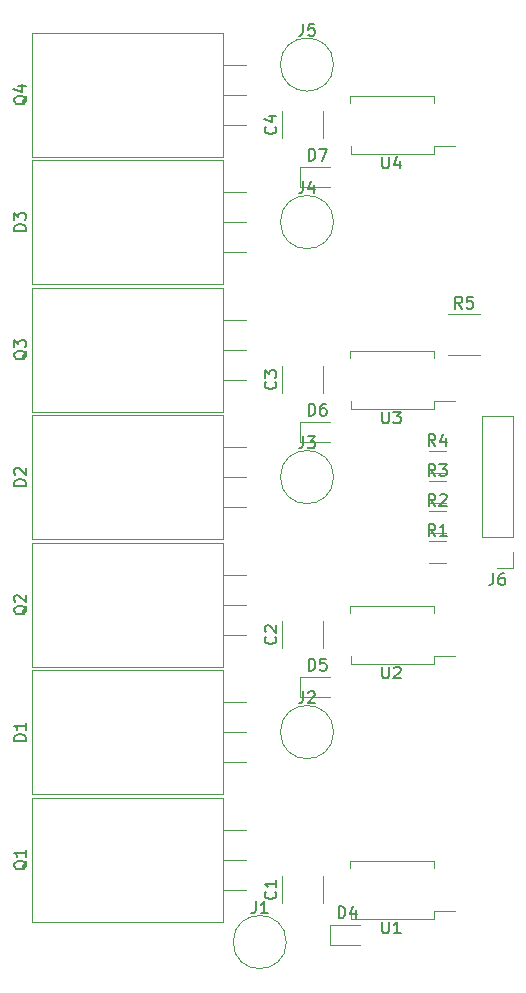
<source format=gbr>
%TF.GenerationSoftware,KiCad,Pcbnew,7.0.5+dfsg-2*%
%TF.CreationDate,2023-06-30T15:01:53+02:00*%
%TF.ProjectId,squeow_mod,73717565-6f77-45f6-9d6f-642e6b696361,rev?*%
%TF.SameCoordinates,PX2cce564PYfbec30*%
%TF.FileFunction,Legend,Top*%
%TF.FilePolarity,Positive*%
%FSLAX46Y46*%
G04 Gerber Fmt 4.6, Leading zero omitted, Abs format (unit mm)*
G04 Created by KiCad (PCBNEW 7.0.5+dfsg-2) date 2023-06-30 15:01:53*
%MOMM*%
%LPD*%
G01*
G04 APERTURE LIST*
%ADD10C,0.150000*%
%ADD11C,0.120000*%
G04 APERTURE END LIST*
D10*
%TO.C,D1*%
X-15787681Y-59793094D02*
X-16787681Y-59793094D01*
X-16787681Y-59793094D02*
X-16787681Y-59554999D01*
X-16787681Y-59554999D02*
X-16740062Y-59412142D01*
X-16740062Y-59412142D02*
X-16644824Y-59316904D01*
X-16644824Y-59316904D02*
X-16549586Y-59269285D01*
X-16549586Y-59269285D02*
X-16359110Y-59221666D01*
X-16359110Y-59221666D02*
X-16216253Y-59221666D01*
X-16216253Y-59221666D02*
X-16025777Y-59269285D01*
X-16025777Y-59269285D02*
X-15930539Y-59316904D01*
X-15930539Y-59316904D02*
X-15835300Y-59412142D01*
X-15835300Y-59412142D02*
X-15787681Y-59554999D01*
X-15787681Y-59554999D02*
X-15787681Y-59793094D01*
X-15787681Y-58269285D02*
X-15787681Y-58840713D01*
X-15787681Y-58554999D02*
X-16787681Y-58554999D01*
X-16787681Y-58554999D02*
X-16644824Y-58650237D01*
X-16644824Y-58650237D02*
X-16549586Y-58745475D01*
X-16549586Y-58745475D02*
X-16501967Y-58840713D01*
%TO.C,J3*%
X7684166Y-34021819D02*
X7684166Y-34736104D01*
X7684166Y-34736104D02*
X7636547Y-34878961D01*
X7636547Y-34878961D02*
X7541309Y-34974200D01*
X7541309Y-34974200D02*
X7398452Y-35021819D01*
X7398452Y-35021819D02*
X7303214Y-35021819D01*
X8065119Y-34021819D02*
X8684166Y-34021819D01*
X8684166Y-34021819D02*
X8350833Y-34402771D01*
X8350833Y-34402771D02*
X8493690Y-34402771D01*
X8493690Y-34402771D02*
X8588928Y-34450390D01*
X8588928Y-34450390D02*
X8636547Y-34498009D01*
X8636547Y-34498009D02*
X8684166Y-34593247D01*
X8684166Y-34593247D02*
X8684166Y-34831342D01*
X8684166Y-34831342D02*
X8636547Y-34926580D01*
X8636547Y-34926580D02*
X8588928Y-34974200D01*
X8588928Y-34974200D02*
X8493690Y-35021819D01*
X8493690Y-35021819D02*
X8207976Y-35021819D01*
X8207976Y-35021819D02*
X8112738Y-34974200D01*
X8112738Y-34974200D02*
X8065119Y-34926580D01*
%TO.C,U3*%
X14385595Y-31929819D02*
X14385595Y-32739342D01*
X14385595Y-32739342D02*
X14433214Y-32834580D01*
X14433214Y-32834580D02*
X14480833Y-32882200D01*
X14480833Y-32882200D02*
X14576071Y-32929819D01*
X14576071Y-32929819D02*
X14766547Y-32929819D01*
X14766547Y-32929819D02*
X14861785Y-32882200D01*
X14861785Y-32882200D02*
X14909404Y-32834580D01*
X14909404Y-32834580D02*
X14957023Y-32739342D01*
X14957023Y-32739342D02*
X14957023Y-31929819D01*
X15337976Y-31929819D02*
X15957023Y-31929819D01*
X15957023Y-31929819D02*
X15623690Y-32310771D01*
X15623690Y-32310771D02*
X15766547Y-32310771D01*
X15766547Y-32310771D02*
X15861785Y-32358390D01*
X15861785Y-32358390D02*
X15909404Y-32406009D01*
X15909404Y-32406009D02*
X15957023Y-32501247D01*
X15957023Y-32501247D02*
X15957023Y-32739342D01*
X15957023Y-32739342D02*
X15909404Y-32834580D01*
X15909404Y-32834580D02*
X15861785Y-32882200D01*
X15861785Y-32882200D02*
X15766547Y-32929819D01*
X15766547Y-32929819D02*
X15480833Y-32929819D01*
X15480833Y-32929819D02*
X15385595Y-32882200D01*
X15385595Y-32882200D02*
X15337976Y-32834580D01*
%TO.C,Q3*%
X-15692443Y-26765238D02*
X-15740062Y-26860476D01*
X-15740062Y-26860476D02*
X-15835300Y-26955714D01*
X-15835300Y-26955714D02*
X-15978158Y-27098571D01*
X-15978158Y-27098571D02*
X-16025777Y-27193809D01*
X-16025777Y-27193809D02*
X-16025777Y-27289047D01*
X-15787681Y-27241428D02*
X-15835300Y-27336666D01*
X-15835300Y-27336666D02*
X-15930539Y-27431904D01*
X-15930539Y-27431904D02*
X-16121015Y-27479523D01*
X-16121015Y-27479523D02*
X-16454348Y-27479523D01*
X-16454348Y-27479523D02*
X-16644824Y-27431904D01*
X-16644824Y-27431904D02*
X-16740062Y-27336666D01*
X-16740062Y-27336666D02*
X-16787681Y-27241428D01*
X-16787681Y-27241428D02*
X-16787681Y-27050952D01*
X-16787681Y-27050952D02*
X-16740062Y-26955714D01*
X-16740062Y-26955714D02*
X-16644824Y-26860476D01*
X-16644824Y-26860476D02*
X-16454348Y-26812857D01*
X-16454348Y-26812857D02*
X-16121015Y-26812857D01*
X-16121015Y-26812857D02*
X-15930539Y-26860476D01*
X-15930539Y-26860476D02*
X-15835300Y-26955714D01*
X-15835300Y-26955714D02*
X-15787681Y-27050952D01*
X-15787681Y-27050952D02*
X-15787681Y-27241428D01*
X-16787681Y-26479523D02*
X-16787681Y-25860476D01*
X-16787681Y-25860476D02*
X-16406729Y-26193809D01*
X-16406729Y-26193809D02*
X-16406729Y-26050952D01*
X-16406729Y-26050952D02*
X-16359110Y-25955714D01*
X-16359110Y-25955714D02*
X-16311491Y-25908095D01*
X-16311491Y-25908095D02*
X-16216253Y-25860476D01*
X-16216253Y-25860476D02*
X-15978158Y-25860476D01*
X-15978158Y-25860476D02*
X-15882920Y-25908095D01*
X-15882920Y-25908095D02*
X-15835300Y-25955714D01*
X-15835300Y-25955714D02*
X-15787681Y-26050952D01*
X-15787681Y-26050952D02*
X-15787681Y-26336666D01*
X-15787681Y-26336666D02*
X-15835300Y-26431904D01*
X-15835300Y-26431904D02*
X-15882920Y-26479523D01*
%TO.C,D3*%
X-15787681Y-16613094D02*
X-16787681Y-16613094D01*
X-16787681Y-16613094D02*
X-16787681Y-16374999D01*
X-16787681Y-16374999D02*
X-16740062Y-16232142D01*
X-16740062Y-16232142D02*
X-16644824Y-16136904D01*
X-16644824Y-16136904D02*
X-16549586Y-16089285D01*
X-16549586Y-16089285D02*
X-16359110Y-16041666D01*
X-16359110Y-16041666D02*
X-16216253Y-16041666D01*
X-16216253Y-16041666D02*
X-16025777Y-16089285D01*
X-16025777Y-16089285D02*
X-15930539Y-16136904D01*
X-15930539Y-16136904D02*
X-15835300Y-16232142D01*
X-15835300Y-16232142D02*
X-15787681Y-16374999D01*
X-15787681Y-16374999D02*
X-15787681Y-16613094D01*
X-16787681Y-15708332D02*
X-16787681Y-15089285D01*
X-16787681Y-15089285D02*
X-16406729Y-15422618D01*
X-16406729Y-15422618D02*
X-16406729Y-15279761D01*
X-16406729Y-15279761D02*
X-16359110Y-15184523D01*
X-16359110Y-15184523D02*
X-16311491Y-15136904D01*
X-16311491Y-15136904D02*
X-16216253Y-15089285D01*
X-16216253Y-15089285D02*
X-15978158Y-15089285D01*
X-15978158Y-15089285D02*
X-15882920Y-15136904D01*
X-15882920Y-15136904D02*
X-15835300Y-15184523D01*
X-15835300Y-15184523D02*
X-15787681Y-15279761D01*
X-15787681Y-15279761D02*
X-15787681Y-15565475D01*
X-15787681Y-15565475D02*
X-15835300Y-15660713D01*
X-15835300Y-15660713D02*
X-15882920Y-15708332D01*
%TO.C,R3*%
X18890833Y-37369819D02*
X18557500Y-36893628D01*
X18319405Y-37369819D02*
X18319405Y-36369819D01*
X18319405Y-36369819D02*
X18700357Y-36369819D01*
X18700357Y-36369819D02*
X18795595Y-36417438D01*
X18795595Y-36417438D02*
X18843214Y-36465057D01*
X18843214Y-36465057D02*
X18890833Y-36560295D01*
X18890833Y-36560295D02*
X18890833Y-36703152D01*
X18890833Y-36703152D02*
X18843214Y-36798390D01*
X18843214Y-36798390D02*
X18795595Y-36846009D01*
X18795595Y-36846009D02*
X18700357Y-36893628D01*
X18700357Y-36893628D02*
X18319405Y-36893628D01*
X19224167Y-36369819D02*
X19843214Y-36369819D01*
X19843214Y-36369819D02*
X19509881Y-36750771D01*
X19509881Y-36750771D02*
X19652738Y-36750771D01*
X19652738Y-36750771D02*
X19747976Y-36798390D01*
X19747976Y-36798390D02*
X19795595Y-36846009D01*
X19795595Y-36846009D02*
X19843214Y-36941247D01*
X19843214Y-36941247D02*
X19843214Y-37179342D01*
X19843214Y-37179342D02*
X19795595Y-37274580D01*
X19795595Y-37274580D02*
X19747976Y-37322200D01*
X19747976Y-37322200D02*
X19652738Y-37369819D01*
X19652738Y-37369819D02*
X19367024Y-37369819D01*
X19367024Y-37369819D02*
X19271786Y-37322200D01*
X19271786Y-37322200D02*
X19224167Y-37274580D01*
%TO.C,D2*%
X-15787681Y-38203094D02*
X-16787681Y-38203094D01*
X-16787681Y-38203094D02*
X-16787681Y-37964999D01*
X-16787681Y-37964999D02*
X-16740062Y-37822142D01*
X-16740062Y-37822142D02*
X-16644824Y-37726904D01*
X-16644824Y-37726904D02*
X-16549586Y-37679285D01*
X-16549586Y-37679285D02*
X-16359110Y-37631666D01*
X-16359110Y-37631666D02*
X-16216253Y-37631666D01*
X-16216253Y-37631666D02*
X-16025777Y-37679285D01*
X-16025777Y-37679285D02*
X-15930539Y-37726904D01*
X-15930539Y-37726904D02*
X-15835300Y-37822142D01*
X-15835300Y-37822142D02*
X-15787681Y-37964999D01*
X-15787681Y-37964999D02*
X-15787681Y-38203094D01*
X-16692443Y-37250713D02*
X-16740062Y-37203094D01*
X-16740062Y-37203094D02*
X-16787681Y-37107856D01*
X-16787681Y-37107856D02*
X-16787681Y-36869761D01*
X-16787681Y-36869761D02*
X-16740062Y-36774523D01*
X-16740062Y-36774523D02*
X-16692443Y-36726904D01*
X-16692443Y-36726904D02*
X-16597205Y-36679285D01*
X-16597205Y-36679285D02*
X-16501967Y-36679285D01*
X-16501967Y-36679285D02*
X-16359110Y-36726904D01*
X-16359110Y-36726904D02*
X-15787681Y-37298332D01*
X-15787681Y-37298332D02*
X-15787681Y-36679285D01*
%TO.C,C2*%
X5337080Y-50966666D02*
X5384700Y-51014285D01*
X5384700Y-51014285D02*
X5432319Y-51157142D01*
X5432319Y-51157142D02*
X5432319Y-51252380D01*
X5432319Y-51252380D02*
X5384700Y-51395237D01*
X5384700Y-51395237D02*
X5289461Y-51490475D01*
X5289461Y-51490475D02*
X5194223Y-51538094D01*
X5194223Y-51538094D02*
X5003747Y-51585713D01*
X5003747Y-51585713D02*
X4860890Y-51585713D01*
X4860890Y-51585713D02*
X4670414Y-51538094D01*
X4670414Y-51538094D02*
X4575176Y-51490475D01*
X4575176Y-51490475D02*
X4479938Y-51395237D01*
X4479938Y-51395237D02*
X4432319Y-51252380D01*
X4432319Y-51252380D02*
X4432319Y-51157142D01*
X4432319Y-51157142D02*
X4479938Y-51014285D01*
X4479938Y-51014285D02*
X4527557Y-50966666D01*
X4527557Y-50585713D02*
X4479938Y-50538094D01*
X4479938Y-50538094D02*
X4432319Y-50442856D01*
X4432319Y-50442856D02*
X4432319Y-50204761D01*
X4432319Y-50204761D02*
X4479938Y-50109523D01*
X4479938Y-50109523D02*
X4527557Y-50061904D01*
X4527557Y-50061904D02*
X4622795Y-50014285D01*
X4622795Y-50014285D02*
X4718033Y-50014285D01*
X4718033Y-50014285D02*
X4860890Y-50061904D01*
X4860890Y-50061904D02*
X5432319Y-50633332D01*
X5432319Y-50633332D02*
X5432319Y-50014285D01*
%TO.C,C4*%
X5337080Y-7786666D02*
X5384700Y-7834285D01*
X5384700Y-7834285D02*
X5432319Y-7977142D01*
X5432319Y-7977142D02*
X5432319Y-8072380D01*
X5432319Y-8072380D02*
X5384700Y-8215237D01*
X5384700Y-8215237D02*
X5289461Y-8310475D01*
X5289461Y-8310475D02*
X5194223Y-8358094D01*
X5194223Y-8358094D02*
X5003747Y-8405713D01*
X5003747Y-8405713D02*
X4860890Y-8405713D01*
X4860890Y-8405713D02*
X4670414Y-8358094D01*
X4670414Y-8358094D02*
X4575176Y-8310475D01*
X4575176Y-8310475D02*
X4479938Y-8215237D01*
X4479938Y-8215237D02*
X4432319Y-8072380D01*
X4432319Y-8072380D02*
X4432319Y-7977142D01*
X4432319Y-7977142D02*
X4479938Y-7834285D01*
X4479938Y-7834285D02*
X4527557Y-7786666D01*
X4765652Y-6929523D02*
X5432319Y-6929523D01*
X4384700Y-7167618D02*
X5098985Y-7405713D01*
X5098985Y-7405713D02*
X5098985Y-6786666D01*
%TO.C,J6*%
X23804166Y-45599819D02*
X23804166Y-46314104D01*
X23804166Y-46314104D02*
X23756547Y-46456961D01*
X23756547Y-46456961D02*
X23661309Y-46552200D01*
X23661309Y-46552200D02*
X23518452Y-46599819D01*
X23518452Y-46599819D02*
X23423214Y-46599819D01*
X24708928Y-45599819D02*
X24518452Y-45599819D01*
X24518452Y-45599819D02*
X24423214Y-45647438D01*
X24423214Y-45647438D02*
X24375595Y-45695057D01*
X24375595Y-45695057D02*
X24280357Y-45837914D01*
X24280357Y-45837914D02*
X24232738Y-46028390D01*
X24232738Y-46028390D02*
X24232738Y-46409342D01*
X24232738Y-46409342D02*
X24280357Y-46504580D01*
X24280357Y-46504580D02*
X24327976Y-46552200D01*
X24327976Y-46552200D02*
X24423214Y-46599819D01*
X24423214Y-46599819D02*
X24613690Y-46599819D01*
X24613690Y-46599819D02*
X24708928Y-46552200D01*
X24708928Y-46552200D02*
X24756547Y-46504580D01*
X24756547Y-46504580D02*
X24804166Y-46409342D01*
X24804166Y-46409342D02*
X24804166Y-46171247D01*
X24804166Y-46171247D02*
X24756547Y-46076009D01*
X24756547Y-46076009D02*
X24708928Y-46028390D01*
X24708928Y-46028390D02*
X24613690Y-45980771D01*
X24613690Y-45980771D02*
X24423214Y-45980771D01*
X24423214Y-45980771D02*
X24327976Y-46028390D01*
X24327976Y-46028390D02*
X24280357Y-46076009D01*
X24280357Y-46076009D02*
X24232738Y-46171247D01*
%TO.C,J2*%
X7684166Y-55611819D02*
X7684166Y-56326104D01*
X7684166Y-56326104D02*
X7636547Y-56468961D01*
X7636547Y-56468961D02*
X7541309Y-56564200D01*
X7541309Y-56564200D02*
X7398452Y-56611819D01*
X7398452Y-56611819D02*
X7303214Y-56611819D01*
X8112738Y-55707057D02*
X8160357Y-55659438D01*
X8160357Y-55659438D02*
X8255595Y-55611819D01*
X8255595Y-55611819D02*
X8493690Y-55611819D01*
X8493690Y-55611819D02*
X8588928Y-55659438D01*
X8588928Y-55659438D02*
X8636547Y-55707057D01*
X8636547Y-55707057D02*
X8684166Y-55802295D01*
X8684166Y-55802295D02*
X8684166Y-55897533D01*
X8684166Y-55897533D02*
X8636547Y-56040390D01*
X8636547Y-56040390D02*
X8065119Y-56611819D01*
X8065119Y-56611819D02*
X8684166Y-56611819D01*
%TO.C,J4*%
X7684166Y-12431819D02*
X7684166Y-13146104D01*
X7684166Y-13146104D02*
X7636547Y-13288961D01*
X7636547Y-13288961D02*
X7541309Y-13384200D01*
X7541309Y-13384200D02*
X7398452Y-13431819D01*
X7398452Y-13431819D02*
X7303214Y-13431819D01*
X8588928Y-12765152D02*
X8588928Y-13431819D01*
X8350833Y-12384200D02*
X8112738Y-13098485D01*
X8112738Y-13098485D02*
X8731785Y-13098485D01*
%TO.C,D6*%
X8159405Y-32259819D02*
X8159405Y-31259819D01*
X8159405Y-31259819D02*
X8397500Y-31259819D01*
X8397500Y-31259819D02*
X8540357Y-31307438D01*
X8540357Y-31307438D02*
X8635595Y-31402676D01*
X8635595Y-31402676D02*
X8683214Y-31497914D01*
X8683214Y-31497914D02*
X8730833Y-31688390D01*
X8730833Y-31688390D02*
X8730833Y-31831247D01*
X8730833Y-31831247D02*
X8683214Y-32021723D01*
X8683214Y-32021723D02*
X8635595Y-32116961D01*
X8635595Y-32116961D02*
X8540357Y-32212200D01*
X8540357Y-32212200D02*
X8397500Y-32259819D01*
X8397500Y-32259819D02*
X8159405Y-32259819D01*
X9587976Y-31259819D02*
X9397500Y-31259819D01*
X9397500Y-31259819D02*
X9302262Y-31307438D01*
X9302262Y-31307438D02*
X9254643Y-31355057D01*
X9254643Y-31355057D02*
X9159405Y-31497914D01*
X9159405Y-31497914D02*
X9111786Y-31688390D01*
X9111786Y-31688390D02*
X9111786Y-32069342D01*
X9111786Y-32069342D02*
X9159405Y-32164580D01*
X9159405Y-32164580D02*
X9207024Y-32212200D01*
X9207024Y-32212200D02*
X9302262Y-32259819D01*
X9302262Y-32259819D02*
X9492738Y-32259819D01*
X9492738Y-32259819D02*
X9587976Y-32212200D01*
X9587976Y-32212200D02*
X9635595Y-32164580D01*
X9635595Y-32164580D02*
X9683214Y-32069342D01*
X9683214Y-32069342D02*
X9683214Y-31831247D01*
X9683214Y-31831247D02*
X9635595Y-31736009D01*
X9635595Y-31736009D02*
X9587976Y-31688390D01*
X9587976Y-31688390D02*
X9492738Y-31640771D01*
X9492738Y-31640771D02*
X9302262Y-31640771D01*
X9302262Y-31640771D02*
X9207024Y-31688390D01*
X9207024Y-31688390D02*
X9159405Y-31736009D01*
X9159405Y-31736009D02*
X9111786Y-31831247D01*
%TO.C,J5*%
X7684166Y903181D02*
X7684166Y188896D01*
X7684166Y188896D02*
X7636547Y46039D01*
X7636547Y46039D02*
X7541309Y-49200D01*
X7541309Y-49200D02*
X7398452Y-96819D01*
X7398452Y-96819D02*
X7303214Y-96819D01*
X8636547Y903181D02*
X8160357Y903181D01*
X8160357Y903181D02*
X8112738Y426991D01*
X8112738Y426991D02*
X8160357Y474610D01*
X8160357Y474610D02*
X8255595Y522229D01*
X8255595Y522229D02*
X8493690Y522229D01*
X8493690Y522229D02*
X8588928Y474610D01*
X8588928Y474610D02*
X8636547Y426991D01*
X8636547Y426991D02*
X8684166Y331753D01*
X8684166Y331753D02*
X8684166Y93658D01*
X8684166Y93658D02*
X8636547Y-1580D01*
X8636547Y-1580D02*
X8588928Y-49200D01*
X8588928Y-49200D02*
X8493690Y-96819D01*
X8493690Y-96819D02*
X8255595Y-96819D01*
X8255595Y-96819D02*
X8160357Y-49200D01*
X8160357Y-49200D02*
X8112738Y-1580D01*
%TO.C,D7*%
X8159405Y-10669819D02*
X8159405Y-9669819D01*
X8159405Y-9669819D02*
X8397500Y-9669819D01*
X8397500Y-9669819D02*
X8540357Y-9717438D01*
X8540357Y-9717438D02*
X8635595Y-9812676D01*
X8635595Y-9812676D02*
X8683214Y-9907914D01*
X8683214Y-9907914D02*
X8730833Y-10098390D01*
X8730833Y-10098390D02*
X8730833Y-10241247D01*
X8730833Y-10241247D02*
X8683214Y-10431723D01*
X8683214Y-10431723D02*
X8635595Y-10526961D01*
X8635595Y-10526961D02*
X8540357Y-10622200D01*
X8540357Y-10622200D02*
X8397500Y-10669819D01*
X8397500Y-10669819D02*
X8159405Y-10669819D01*
X9064167Y-9669819D02*
X9730833Y-9669819D01*
X9730833Y-9669819D02*
X9302262Y-10669819D01*
%TO.C,C3*%
X5337080Y-29376666D02*
X5384700Y-29424285D01*
X5384700Y-29424285D02*
X5432319Y-29567142D01*
X5432319Y-29567142D02*
X5432319Y-29662380D01*
X5432319Y-29662380D02*
X5384700Y-29805237D01*
X5384700Y-29805237D02*
X5289461Y-29900475D01*
X5289461Y-29900475D02*
X5194223Y-29948094D01*
X5194223Y-29948094D02*
X5003747Y-29995713D01*
X5003747Y-29995713D02*
X4860890Y-29995713D01*
X4860890Y-29995713D02*
X4670414Y-29948094D01*
X4670414Y-29948094D02*
X4575176Y-29900475D01*
X4575176Y-29900475D02*
X4479938Y-29805237D01*
X4479938Y-29805237D02*
X4432319Y-29662380D01*
X4432319Y-29662380D02*
X4432319Y-29567142D01*
X4432319Y-29567142D02*
X4479938Y-29424285D01*
X4479938Y-29424285D02*
X4527557Y-29376666D01*
X4432319Y-29043332D02*
X4432319Y-28424285D01*
X4432319Y-28424285D02*
X4813271Y-28757618D01*
X4813271Y-28757618D02*
X4813271Y-28614761D01*
X4813271Y-28614761D02*
X4860890Y-28519523D01*
X4860890Y-28519523D02*
X4908509Y-28471904D01*
X4908509Y-28471904D02*
X5003747Y-28424285D01*
X5003747Y-28424285D02*
X5241842Y-28424285D01*
X5241842Y-28424285D02*
X5337080Y-28471904D01*
X5337080Y-28471904D02*
X5384700Y-28519523D01*
X5384700Y-28519523D02*
X5432319Y-28614761D01*
X5432319Y-28614761D02*
X5432319Y-28900475D01*
X5432319Y-28900475D02*
X5384700Y-28995713D01*
X5384700Y-28995713D02*
X5337080Y-29043332D01*
%TO.C,C1*%
X5337080Y-72556666D02*
X5384700Y-72604285D01*
X5384700Y-72604285D02*
X5432319Y-72747142D01*
X5432319Y-72747142D02*
X5432319Y-72842380D01*
X5432319Y-72842380D02*
X5384700Y-72985237D01*
X5384700Y-72985237D02*
X5289461Y-73080475D01*
X5289461Y-73080475D02*
X5194223Y-73128094D01*
X5194223Y-73128094D02*
X5003747Y-73175713D01*
X5003747Y-73175713D02*
X4860890Y-73175713D01*
X4860890Y-73175713D02*
X4670414Y-73128094D01*
X4670414Y-73128094D02*
X4575176Y-73080475D01*
X4575176Y-73080475D02*
X4479938Y-72985237D01*
X4479938Y-72985237D02*
X4432319Y-72842380D01*
X4432319Y-72842380D02*
X4432319Y-72747142D01*
X4432319Y-72747142D02*
X4479938Y-72604285D01*
X4479938Y-72604285D02*
X4527557Y-72556666D01*
X5432319Y-71604285D02*
X5432319Y-72175713D01*
X5432319Y-71889999D02*
X4432319Y-71889999D01*
X4432319Y-71889999D02*
X4575176Y-71985237D01*
X4575176Y-71985237D02*
X4670414Y-72080475D01*
X4670414Y-72080475D02*
X4718033Y-72175713D01*
%TO.C,U4*%
X14385595Y-10339819D02*
X14385595Y-11149342D01*
X14385595Y-11149342D02*
X14433214Y-11244580D01*
X14433214Y-11244580D02*
X14480833Y-11292200D01*
X14480833Y-11292200D02*
X14576071Y-11339819D01*
X14576071Y-11339819D02*
X14766547Y-11339819D01*
X14766547Y-11339819D02*
X14861785Y-11292200D01*
X14861785Y-11292200D02*
X14909404Y-11244580D01*
X14909404Y-11244580D02*
X14957023Y-11149342D01*
X14957023Y-11149342D02*
X14957023Y-10339819D01*
X15861785Y-10673152D02*
X15861785Y-11339819D01*
X15623690Y-10292200D02*
X15385595Y-11006485D01*
X15385595Y-11006485D02*
X16004642Y-11006485D01*
%TO.C,R4*%
X18890833Y-34829819D02*
X18557500Y-34353628D01*
X18319405Y-34829819D02*
X18319405Y-33829819D01*
X18319405Y-33829819D02*
X18700357Y-33829819D01*
X18700357Y-33829819D02*
X18795595Y-33877438D01*
X18795595Y-33877438D02*
X18843214Y-33925057D01*
X18843214Y-33925057D02*
X18890833Y-34020295D01*
X18890833Y-34020295D02*
X18890833Y-34163152D01*
X18890833Y-34163152D02*
X18843214Y-34258390D01*
X18843214Y-34258390D02*
X18795595Y-34306009D01*
X18795595Y-34306009D02*
X18700357Y-34353628D01*
X18700357Y-34353628D02*
X18319405Y-34353628D01*
X19747976Y-34163152D02*
X19747976Y-34829819D01*
X19509881Y-33782200D02*
X19271786Y-34496485D01*
X19271786Y-34496485D02*
X19890833Y-34496485D01*
%TO.C,Q1*%
X-15692443Y-69945238D02*
X-15740062Y-70040476D01*
X-15740062Y-70040476D02*
X-15835300Y-70135714D01*
X-15835300Y-70135714D02*
X-15978158Y-70278571D01*
X-15978158Y-70278571D02*
X-16025777Y-70373809D01*
X-16025777Y-70373809D02*
X-16025777Y-70469047D01*
X-15787681Y-70421428D02*
X-15835300Y-70516666D01*
X-15835300Y-70516666D02*
X-15930539Y-70611904D01*
X-15930539Y-70611904D02*
X-16121015Y-70659523D01*
X-16121015Y-70659523D02*
X-16454348Y-70659523D01*
X-16454348Y-70659523D02*
X-16644824Y-70611904D01*
X-16644824Y-70611904D02*
X-16740062Y-70516666D01*
X-16740062Y-70516666D02*
X-16787681Y-70421428D01*
X-16787681Y-70421428D02*
X-16787681Y-70230952D01*
X-16787681Y-70230952D02*
X-16740062Y-70135714D01*
X-16740062Y-70135714D02*
X-16644824Y-70040476D01*
X-16644824Y-70040476D02*
X-16454348Y-69992857D01*
X-16454348Y-69992857D02*
X-16121015Y-69992857D01*
X-16121015Y-69992857D02*
X-15930539Y-70040476D01*
X-15930539Y-70040476D02*
X-15835300Y-70135714D01*
X-15835300Y-70135714D02*
X-15787681Y-70230952D01*
X-15787681Y-70230952D02*
X-15787681Y-70421428D01*
X-15787681Y-69040476D02*
X-15787681Y-69611904D01*
X-15787681Y-69326190D02*
X-16787681Y-69326190D01*
X-16787681Y-69326190D02*
X-16644824Y-69421428D01*
X-16644824Y-69421428D02*
X-16549586Y-69516666D01*
X-16549586Y-69516666D02*
X-16501967Y-69611904D01*
%TO.C,U1*%
X14385595Y-75109819D02*
X14385595Y-75919342D01*
X14385595Y-75919342D02*
X14433214Y-76014580D01*
X14433214Y-76014580D02*
X14480833Y-76062200D01*
X14480833Y-76062200D02*
X14576071Y-76109819D01*
X14576071Y-76109819D02*
X14766547Y-76109819D01*
X14766547Y-76109819D02*
X14861785Y-76062200D01*
X14861785Y-76062200D02*
X14909404Y-76014580D01*
X14909404Y-76014580D02*
X14957023Y-75919342D01*
X14957023Y-75919342D02*
X14957023Y-75109819D01*
X15957023Y-76109819D02*
X15385595Y-76109819D01*
X15671309Y-76109819D02*
X15671309Y-75109819D01*
X15671309Y-75109819D02*
X15576071Y-75252676D01*
X15576071Y-75252676D02*
X15480833Y-75347914D01*
X15480833Y-75347914D02*
X15385595Y-75395533D01*
%TO.C,D4*%
X10699405Y-74804819D02*
X10699405Y-73804819D01*
X10699405Y-73804819D02*
X10937500Y-73804819D01*
X10937500Y-73804819D02*
X11080357Y-73852438D01*
X11080357Y-73852438D02*
X11175595Y-73947676D01*
X11175595Y-73947676D02*
X11223214Y-74042914D01*
X11223214Y-74042914D02*
X11270833Y-74233390D01*
X11270833Y-74233390D02*
X11270833Y-74376247D01*
X11270833Y-74376247D02*
X11223214Y-74566723D01*
X11223214Y-74566723D02*
X11175595Y-74661961D01*
X11175595Y-74661961D02*
X11080357Y-74757200D01*
X11080357Y-74757200D02*
X10937500Y-74804819D01*
X10937500Y-74804819D02*
X10699405Y-74804819D01*
X12127976Y-74138152D02*
X12127976Y-74804819D01*
X11889881Y-73757200D02*
X11651786Y-74471485D01*
X11651786Y-74471485D02*
X12270833Y-74471485D01*
%TO.C,R1*%
X18890833Y-42449819D02*
X18557500Y-41973628D01*
X18319405Y-42449819D02*
X18319405Y-41449819D01*
X18319405Y-41449819D02*
X18700357Y-41449819D01*
X18700357Y-41449819D02*
X18795595Y-41497438D01*
X18795595Y-41497438D02*
X18843214Y-41545057D01*
X18843214Y-41545057D02*
X18890833Y-41640295D01*
X18890833Y-41640295D02*
X18890833Y-41783152D01*
X18890833Y-41783152D02*
X18843214Y-41878390D01*
X18843214Y-41878390D02*
X18795595Y-41926009D01*
X18795595Y-41926009D02*
X18700357Y-41973628D01*
X18700357Y-41973628D02*
X18319405Y-41973628D01*
X19843214Y-42449819D02*
X19271786Y-42449819D01*
X19557500Y-42449819D02*
X19557500Y-41449819D01*
X19557500Y-41449819D02*
X19462262Y-41592676D01*
X19462262Y-41592676D02*
X19367024Y-41687914D01*
X19367024Y-41687914D02*
X19271786Y-41735533D01*
%TO.C,Q2*%
X-15692443Y-48355238D02*
X-15740062Y-48450476D01*
X-15740062Y-48450476D02*
X-15835300Y-48545714D01*
X-15835300Y-48545714D02*
X-15978158Y-48688571D01*
X-15978158Y-48688571D02*
X-16025777Y-48783809D01*
X-16025777Y-48783809D02*
X-16025777Y-48879047D01*
X-15787681Y-48831428D02*
X-15835300Y-48926666D01*
X-15835300Y-48926666D02*
X-15930539Y-49021904D01*
X-15930539Y-49021904D02*
X-16121015Y-49069523D01*
X-16121015Y-49069523D02*
X-16454348Y-49069523D01*
X-16454348Y-49069523D02*
X-16644824Y-49021904D01*
X-16644824Y-49021904D02*
X-16740062Y-48926666D01*
X-16740062Y-48926666D02*
X-16787681Y-48831428D01*
X-16787681Y-48831428D02*
X-16787681Y-48640952D01*
X-16787681Y-48640952D02*
X-16740062Y-48545714D01*
X-16740062Y-48545714D02*
X-16644824Y-48450476D01*
X-16644824Y-48450476D02*
X-16454348Y-48402857D01*
X-16454348Y-48402857D02*
X-16121015Y-48402857D01*
X-16121015Y-48402857D02*
X-15930539Y-48450476D01*
X-15930539Y-48450476D02*
X-15835300Y-48545714D01*
X-15835300Y-48545714D02*
X-15787681Y-48640952D01*
X-15787681Y-48640952D02*
X-15787681Y-48831428D01*
X-16692443Y-48021904D02*
X-16740062Y-47974285D01*
X-16740062Y-47974285D02*
X-16787681Y-47879047D01*
X-16787681Y-47879047D02*
X-16787681Y-47640952D01*
X-16787681Y-47640952D02*
X-16740062Y-47545714D01*
X-16740062Y-47545714D02*
X-16692443Y-47498095D01*
X-16692443Y-47498095D02*
X-16597205Y-47450476D01*
X-16597205Y-47450476D02*
X-16501967Y-47450476D01*
X-16501967Y-47450476D02*
X-16359110Y-47498095D01*
X-16359110Y-47498095D02*
X-15787681Y-48069523D01*
X-15787681Y-48069523D02*
X-15787681Y-47450476D01*
%TO.C,D5*%
X8159405Y-53849819D02*
X8159405Y-52849819D01*
X8159405Y-52849819D02*
X8397500Y-52849819D01*
X8397500Y-52849819D02*
X8540357Y-52897438D01*
X8540357Y-52897438D02*
X8635595Y-52992676D01*
X8635595Y-52992676D02*
X8683214Y-53087914D01*
X8683214Y-53087914D02*
X8730833Y-53278390D01*
X8730833Y-53278390D02*
X8730833Y-53421247D01*
X8730833Y-53421247D02*
X8683214Y-53611723D01*
X8683214Y-53611723D02*
X8635595Y-53706961D01*
X8635595Y-53706961D02*
X8540357Y-53802200D01*
X8540357Y-53802200D02*
X8397500Y-53849819D01*
X8397500Y-53849819D02*
X8159405Y-53849819D01*
X9635595Y-52849819D02*
X9159405Y-52849819D01*
X9159405Y-52849819D02*
X9111786Y-53326009D01*
X9111786Y-53326009D02*
X9159405Y-53278390D01*
X9159405Y-53278390D02*
X9254643Y-53230771D01*
X9254643Y-53230771D02*
X9492738Y-53230771D01*
X9492738Y-53230771D02*
X9587976Y-53278390D01*
X9587976Y-53278390D02*
X9635595Y-53326009D01*
X9635595Y-53326009D02*
X9683214Y-53421247D01*
X9683214Y-53421247D02*
X9683214Y-53659342D01*
X9683214Y-53659342D02*
X9635595Y-53754580D01*
X9635595Y-53754580D02*
X9587976Y-53802200D01*
X9587976Y-53802200D02*
X9492738Y-53849819D01*
X9492738Y-53849819D02*
X9254643Y-53849819D01*
X9254643Y-53849819D02*
X9159405Y-53802200D01*
X9159405Y-53802200D02*
X9111786Y-53754580D01*
%TO.C,J1*%
X3684166Y-73391819D02*
X3684166Y-74106104D01*
X3684166Y-74106104D02*
X3636547Y-74248961D01*
X3636547Y-74248961D02*
X3541309Y-74344200D01*
X3541309Y-74344200D02*
X3398452Y-74391819D01*
X3398452Y-74391819D02*
X3303214Y-74391819D01*
X4684166Y-74391819D02*
X4112738Y-74391819D01*
X4398452Y-74391819D02*
X4398452Y-73391819D01*
X4398452Y-73391819D02*
X4303214Y-73534676D01*
X4303214Y-73534676D02*
X4207976Y-73629914D01*
X4207976Y-73629914D02*
X4112738Y-73677533D01*
%TO.C,Q4*%
X-15692443Y-5175238D02*
X-15740062Y-5270476D01*
X-15740062Y-5270476D02*
X-15835300Y-5365714D01*
X-15835300Y-5365714D02*
X-15978158Y-5508571D01*
X-15978158Y-5508571D02*
X-16025777Y-5603809D01*
X-16025777Y-5603809D02*
X-16025777Y-5699047D01*
X-15787681Y-5651428D02*
X-15835300Y-5746666D01*
X-15835300Y-5746666D02*
X-15930539Y-5841904D01*
X-15930539Y-5841904D02*
X-16121015Y-5889523D01*
X-16121015Y-5889523D02*
X-16454348Y-5889523D01*
X-16454348Y-5889523D02*
X-16644824Y-5841904D01*
X-16644824Y-5841904D02*
X-16740062Y-5746666D01*
X-16740062Y-5746666D02*
X-16787681Y-5651428D01*
X-16787681Y-5651428D02*
X-16787681Y-5460952D01*
X-16787681Y-5460952D02*
X-16740062Y-5365714D01*
X-16740062Y-5365714D02*
X-16644824Y-5270476D01*
X-16644824Y-5270476D02*
X-16454348Y-5222857D01*
X-16454348Y-5222857D02*
X-16121015Y-5222857D01*
X-16121015Y-5222857D02*
X-15930539Y-5270476D01*
X-15930539Y-5270476D02*
X-15835300Y-5365714D01*
X-15835300Y-5365714D02*
X-15787681Y-5460952D01*
X-15787681Y-5460952D02*
X-15787681Y-5651428D01*
X-16454348Y-4365714D02*
X-15787681Y-4365714D01*
X-16835300Y-4603809D02*
X-16121015Y-4841904D01*
X-16121015Y-4841904D02*
X-16121015Y-4222857D01*
%TO.C,R2*%
X18890833Y-39909819D02*
X18557500Y-39433628D01*
X18319405Y-39909819D02*
X18319405Y-38909819D01*
X18319405Y-38909819D02*
X18700357Y-38909819D01*
X18700357Y-38909819D02*
X18795595Y-38957438D01*
X18795595Y-38957438D02*
X18843214Y-39005057D01*
X18843214Y-39005057D02*
X18890833Y-39100295D01*
X18890833Y-39100295D02*
X18890833Y-39243152D01*
X18890833Y-39243152D02*
X18843214Y-39338390D01*
X18843214Y-39338390D02*
X18795595Y-39386009D01*
X18795595Y-39386009D02*
X18700357Y-39433628D01*
X18700357Y-39433628D02*
X18319405Y-39433628D01*
X19271786Y-39005057D02*
X19319405Y-38957438D01*
X19319405Y-38957438D02*
X19414643Y-38909819D01*
X19414643Y-38909819D02*
X19652738Y-38909819D01*
X19652738Y-38909819D02*
X19747976Y-38957438D01*
X19747976Y-38957438D02*
X19795595Y-39005057D01*
X19795595Y-39005057D02*
X19843214Y-39100295D01*
X19843214Y-39100295D02*
X19843214Y-39195533D01*
X19843214Y-39195533D02*
X19795595Y-39338390D01*
X19795595Y-39338390D02*
X19224167Y-39909819D01*
X19224167Y-39909819D02*
X19843214Y-39909819D01*
%TO.C,R5*%
X21150833Y-23204819D02*
X20817500Y-22728628D01*
X20579405Y-23204819D02*
X20579405Y-22204819D01*
X20579405Y-22204819D02*
X20960357Y-22204819D01*
X20960357Y-22204819D02*
X21055595Y-22252438D01*
X21055595Y-22252438D02*
X21103214Y-22300057D01*
X21103214Y-22300057D02*
X21150833Y-22395295D01*
X21150833Y-22395295D02*
X21150833Y-22538152D01*
X21150833Y-22538152D02*
X21103214Y-22633390D01*
X21103214Y-22633390D02*
X21055595Y-22681009D01*
X21055595Y-22681009D02*
X20960357Y-22728628D01*
X20960357Y-22728628D02*
X20579405Y-22728628D01*
X22055595Y-22204819D02*
X21579405Y-22204819D01*
X21579405Y-22204819D02*
X21531786Y-22681009D01*
X21531786Y-22681009D02*
X21579405Y-22633390D01*
X21579405Y-22633390D02*
X21674643Y-22585771D01*
X21674643Y-22585771D02*
X21912738Y-22585771D01*
X21912738Y-22585771D02*
X22007976Y-22633390D01*
X22007976Y-22633390D02*
X22055595Y-22681009D01*
X22055595Y-22681009D02*
X22103214Y-22776247D01*
X22103214Y-22776247D02*
X22103214Y-23014342D01*
X22103214Y-23014342D02*
X22055595Y-23109580D01*
X22055595Y-23109580D02*
X22007976Y-23157200D01*
X22007976Y-23157200D02*
X21912738Y-23204819D01*
X21912738Y-23204819D02*
X21674643Y-23204819D01*
X21674643Y-23204819D02*
X21579405Y-23157200D01*
X21579405Y-23157200D02*
X21531786Y-23109580D01*
%TO.C,U2*%
X14385595Y-53519819D02*
X14385595Y-54329342D01*
X14385595Y-54329342D02*
X14433214Y-54424580D01*
X14433214Y-54424580D02*
X14480833Y-54472200D01*
X14480833Y-54472200D02*
X14576071Y-54519819D01*
X14576071Y-54519819D02*
X14766547Y-54519819D01*
X14766547Y-54519819D02*
X14861785Y-54472200D01*
X14861785Y-54472200D02*
X14909404Y-54424580D01*
X14909404Y-54424580D02*
X14957023Y-54329342D01*
X14957023Y-54329342D02*
X14957023Y-53519819D01*
X15385595Y-53615057D02*
X15433214Y-53567438D01*
X15433214Y-53567438D02*
X15528452Y-53519819D01*
X15528452Y-53519819D02*
X15766547Y-53519819D01*
X15766547Y-53519819D02*
X15861785Y-53567438D01*
X15861785Y-53567438D02*
X15909404Y-53615057D01*
X15909404Y-53615057D02*
X15957023Y-53710295D01*
X15957023Y-53710295D02*
X15957023Y-53805533D01*
X15957023Y-53805533D02*
X15909404Y-53948390D01*
X15909404Y-53948390D02*
X15337976Y-54519819D01*
X15337976Y-54519819D02*
X15957023Y-54519819D01*
D11*
%TO.C,D1*%
X-15242500Y-53805000D02*
X867500Y-53805000D01*
X867500Y-61595000D02*
X2827500Y-61595000D01*
X867500Y-56515000D02*
X2827500Y-56515000D01*
X-15242500Y-64305000D02*
X-15242500Y-53805000D01*
X867500Y-64305000D02*
X867500Y-53805000D01*
X867500Y-59055000D02*
X2827500Y-59055000D01*
X-15242500Y-64305000D02*
X867500Y-64305000D01*
%TO.C,J3*%
X10267500Y-37465000D02*
G75*
G03*
X10267500Y-37465000I-2250000J0D01*
G01*
%TO.C,U3*%
X18747500Y-27425000D02*
X18747500Y-26775000D01*
X18797500Y-31010000D02*
X20547500Y-31010000D01*
X11747500Y-31675000D02*
X11747500Y-31025000D01*
X18747500Y-26775000D02*
X11697500Y-26775000D01*
X18797500Y-31675000D02*
X18797500Y-31025000D01*
X11747500Y-31675000D02*
X18797500Y-31675000D01*
X11697500Y-27425000D02*
X11697500Y-26775000D01*
%TO.C,Q3*%
X867500Y-29210000D02*
X2827500Y-29210000D01*
X867500Y-31920000D02*
X867500Y-21420000D01*
X-15242500Y-31920000D02*
X-15242500Y-21420000D01*
X867500Y-26670000D02*
X2827500Y-26670000D01*
X867500Y-24130000D02*
X2827500Y-24130000D01*
X-15242500Y-21420000D02*
X867500Y-21420000D01*
X-15242500Y-31920000D02*
X867500Y-31920000D01*
%TO.C,D3*%
X-15242500Y-21125000D02*
X-15242500Y-10625000D01*
X867500Y-15875000D02*
X2827500Y-15875000D01*
X867500Y-21125000D02*
X867500Y-10625000D01*
X867500Y-13335000D02*
X2827500Y-13335000D01*
X-15242500Y-10625000D02*
X867500Y-10625000D01*
X-15242500Y-21125000D02*
X867500Y-21125000D01*
X867500Y-18415000D02*
X2827500Y-18415000D01*
%TO.C,R3*%
X18330436Y-37825000D02*
X19784564Y-37825000D01*
X18330436Y-39645000D02*
X19784564Y-39645000D01*
%TO.C,D2*%
X867500Y-34925000D02*
X2827500Y-34925000D01*
X867500Y-42715000D02*
X867500Y-32215000D01*
X-15242500Y-42715000D02*
X867500Y-42715000D01*
X867500Y-37465000D02*
X2827500Y-37465000D01*
X867500Y-40005000D02*
X2827500Y-40005000D01*
X-15242500Y-42715000D02*
X-15242500Y-32215000D01*
X-15242500Y-32215000D02*
X867500Y-32215000D01*
%TO.C,C2*%
X5917500Y-51961252D02*
X5917500Y-49638748D01*
X9337500Y-51961252D02*
X9337500Y-49638748D01*
%TO.C,C4*%
X5917500Y-8781252D02*
X5917500Y-6458748D01*
X9337500Y-8781252D02*
X9337500Y-6458748D01*
%TO.C,J6*%
X22807500Y-42545000D02*
X22807500Y-32325000D01*
X25467500Y-43815000D02*
X25467500Y-45145000D01*
X25467500Y-42545000D02*
X22807500Y-42545000D01*
X25467500Y-45145000D02*
X24137500Y-45145000D01*
X25467500Y-32325000D02*
X22807500Y-32325000D01*
X25467500Y-42545000D02*
X25467500Y-32325000D01*
%TO.C,J2*%
X10267500Y-59055000D02*
G75*
G03*
X10267500Y-59055000I-2250000J0D01*
G01*
%TO.C,J4*%
X10267500Y-15875000D02*
G75*
G03*
X10267500Y-15875000I-2250000J0D01*
G01*
%TO.C,D6*%
X7397500Y-32805000D02*
X7397500Y-34505000D01*
X7397500Y-32805000D02*
X9947500Y-32805000D01*
X7397500Y-34505000D02*
X9947500Y-34505000D01*
%TO.C,J5*%
X10267500Y-2540000D02*
G75*
G03*
X10267500Y-2540000I-2250000J0D01*
G01*
%TO.C,D7*%
X7397500Y-11215000D02*
X9947500Y-11215000D01*
X7397500Y-12915000D02*
X9947500Y-12915000D01*
X7397500Y-11215000D02*
X7397500Y-12915000D01*
%TO.C,C3*%
X9337500Y-30371252D02*
X9337500Y-28048748D01*
X5917500Y-30371252D02*
X5917500Y-28048748D01*
%TO.C,C1*%
X9337500Y-73551252D02*
X9337500Y-71228748D01*
X5917500Y-73551252D02*
X5917500Y-71228748D01*
%TO.C,U4*%
X18797500Y-9420000D02*
X20547500Y-9420000D01*
X11697500Y-5835000D02*
X11697500Y-5185000D01*
X18797500Y-10085000D02*
X18797500Y-9435000D01*
X11747500Y-10085000D02*
X11747500Y-9435000D01*
X11747500Y-10085000D02*
X18797500Y-10085000D01*
X18747500Y-5835000D02*
X18747500Y-5185000D01*
X18747500Y-5185000D02*
X11697500Y-5185000D01*
%TO.C,R4*%
X18330436Y-37105000D02*
X19784564Y-37105000D01*
X18330436Y-35285000D02*
X19784564Y-35285000D01*
%TO.C,Q1*%
X867500Y-67310000D02*
X2827500Y-67310000D01*
X-15242500Y-64600000D02*
X867500Y-64600000D01*
X-15242500Y-75100000D02*
X-15242500Y-64600000D01*
X867500Y-69850000D02*
X2827500Y-69850000D01*
X867500Y-72390000D02*
X2827500Y-72390000D01*
X867500Y-75100000D02*
X867500Y-64600000D01*
X-15242500Y-75100000D02*
X867500Y-75100000D01*
%TO.C,U1*%
X18797500Y-74190000D02*
X20547500Y-74190000D01*
X11747500Y-74855000D02*
X18797500Y-74855000D01*
X11747500Y-74855000D02*
X11747500Y-74205000D01*
X18797500Y-74855000D02*
X18797500Y-74205000D01*
X18747500Y-69955000D02*
X11697500Y-69955000D01*
X18747500Y-70605000D02*
X18747500Y-69955000D01*
X11697500Y-70605000D02*
X11697500Y-69955000D01*
%TO.C,D4*%
X9937500Y-77050000D02*
X12487500Y-77050000D01*
X9937500Y-75350000D02*
X9937500Y-77050000D01*
X9937500Y-75350000D02*
X12487500Y-75350000D01*
%TO.C,R1*%
X18330436Y-44725000D02*
X19784564Y-44725000D01*
X18330436Y-42905000D02*
X19784564Y-42905000D01*
%TO.C,Q2*%
X-15242500Y-53510000D02*
X867500Y-53510000D01*
X-15242500Y-53510000D02*
X-15242500Y-43010000D01*
X867500Y-53510000D02*
X867500Y-43010000D01*
X867500Y-50800000D02*
X2827500Y-50800000D01*
X867500Y-48260000D02*
X2827500Y-48260000D01*
X867500Y-45720000D02*
X2827500Y-45720000D01*
X-15242500Y-43010000D02*
X867500Y-43010000D01*
%TO.C,D5*%
X7397500Y-54395000D02*
X7397500Y-56095000D01*
X7397500Y-54395000D02*
X9947500Y-54395000D01*
X7397500Y-56095000D02*
X9947500Y-56095000D01*
%TO.C,J1*%
X6267500Y-76835000D02*
G75*
G03*
X6267500Y-76835000I-2250000J0D01*
G01*
%TO.C,Q4*%
X867500Y-10330000D02*
X867500Y170000D01*
X867500Y-2540000D02*
X2827500Y-2540000D01*
X867500Y-5080000D02*
X2827500Y-5080000D01*
X-15242500Y-10330000D02*
X867500Y-10330000D01*
X-15242500Y170000D02*
X867500Y170000D01*
X-15242500Y-10330000D02*
X-15242500Y170000D01*
X867500Y-7620000D02*
X2827500Y-7620000D01*
%TO.C,R2*%
X18330436Y-42185000D02*
X19784564Y-42185000D01*
X18330436Y-40365000D02*
X19784564Y-40365000D01*
%TO.C,R5*%
X19931248Y-27110000D02*
X22703752Y-27110000D01*
X19931248Y-23690000D02*
X22703752Y-23690000D01*
%TO.C,U2*%
X11697500Y-49015000D02*
X11697500Y-48365000D01*
X18747500Y-48365000D02*
X11697500Y-48365000D01*
X18797500Y-52600000D02*
X20547500Y-52600000D01*
X18747500Y-49015000D02*
X18747500Y-48365000D01*
X11747500Y-53265000D02*
X18797500Y-53265000D01*
X18797500Y-53265000D02*
X18797500Y-52615000D01*
X11747500Y-53265000D02*
X11747500Y-52615000D01*
%TD*%
M02*

</source>
